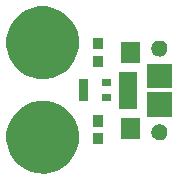
<source format=gts>
%TF.GenerationSoftware,KiCad,Pcbnew,4.0.5-e0-6337~49~ubuntu16.04.1*%
%TF.CreationDate,2017-01-26T11:53:04-08:00*%
%TF.ProjectId,2x2-USB-Power-Connector,3278322D5553422D506F7765722D436F,1.0*%
%TF.FileFunction,Soldermask,Top*%
%FSLAX46Y46*%
G04 Gerber Fmt 4.6, Leading zero omitted, Abs format (unit mm)*
G04 Created by KiCad (PCBNEW 4.0.5-e0-6337~49~ubuntu16.04.1) date Thu Jan 26 11:53:04 2017*
%MOMM*%
%LPD*%
G01*
G04 APERTURE LIST*
%ADD10C,0.350000*%
G04 APERTURE END LIST*
D10*
G36*
X131818910Y-97926407D02*
X132409855Y-98047711D01*
X132965998Y-98281492D01*
X133466134Y-98618838D01*
X133891221Y-99046903D01*
X134225066Y-99549381D01*
X134454956Y-100107136D01*
X134572064Y-100698574D01*
X134572064Y-100698584D01*
X134572131Y-100698923D01*
X134562510Y-101387976D01*
X134562433Y-101388314D01*
X134562433Y-101388322D01*
X134428857Y-101976261D01*
X134183485Y-102527376D01*
X133835737Y-103020338D01*
X133398862Y-103436369D01*
X132889500Y-103759621D01*
X132327054Y-103977779D01*
X131732947Y-104082536D01*
X131129803Y-104069902D01*
X130540600Y-103940357D01*
X129987782Y-103698837D01*
X129492407Y-103354542D01*
X129073337Y-102920583D01*
X128746538Y-102413490D01*
X128524456Y-101852574D01*
X128415555Y-101259218D01*
X128423977Y-100656001D01*
X128549406Y-100065907D01*
X128787059Y-99511418D01*
X129127891Y-99013648D01*
X129558912Y-98591560D01*
X130063713Y-98261228D01*
X130623059Y-98035237D01*
X131215645Y-97922196D01*
X131818910Y-97926407D01*
X131818910Y-97926407D01*
G37*
G36*
X136620600Y-101605160D02*
X135718200Y-101605160D01*
X135718200Y-100652760D01*
X136620600Y-100652760D01*
X136620600Y-101605160D01*
X136620600Y-101605160D01*
G37*
G36*
X141453948Y-99912808D02*
X141583842Y-99939472D01*
X141706097Y-99990863D01*
X141816035Y-100065017D01*
X141909472Y-100159109D01*
X141982861Y-100269568D01*
X142033395Y-100392172D01*
X142059082Y-100521901D01*
X142059082Y-100521916D01*
X142059149Y-100522255D01*
X142057034Y-100673720D01*
X142056958Y-100674054D01*
X142056958Y-100674067D01*
X142027656Y-100803038D01*
X141973721Y-100924179D01*
X141897279Y-101032542D01*
X141801246Y-101123993D01*
X141689280Y-101195049D01*
X141565642Y-101243005D01*
X141435051Y-101266032D01*
X141302467Y-101263254D01*
X141172951Y-101234779D01*
X141051430Y-101181687D01*
X140942541Y-101106007D01*
X140850422Y-101010616D01*
X140778585Y-100899146D01*
X140729766Y-100775844D01*
X140705829Y-100645419D01*
X140707680Y-100512821D01*
X140735252Y-100383106D01*
X140787491Y-100261221D01*
X140862413Y-100151802D01*
X140957161Y-100059018D01*
X141068119Y-99986408D01*
X141191077Y-99936730D01*
X141321335Y-99911883D01*
X141453948Y-99912808D01*
X141453948Y-99912808D01*
G37*
G36*
X139709120Y-101114760D02*
X138156720Y-101114760D01*
X138156720Y-99362360D01*
X139709120Y-99362360D01*
X139709120Y-101114760D01*
X139709120Y-101114760D01*
G37*
G36*
X136620600Y-100105160D02*
X135718200Y-100105160D01*
X135718200Y-99152760D01*
X136620600Y-99152760D01*
X136620600Y-100105160D01*
X136620600Y-100105160D01*
G37*
G36*
X142409120Y-99264760D02*
X140356720Y-99264760D01*
X140356720Y-97212360D01*
X142409120Y-97212360D01*
X142409120Y-99264760D01*
X142409120Y-99264760D01*
G37*
G36*
X139459120Y-98614760D02*
X137956720Y-98614760D01*
X137956720Y-95462360D01*
X139459120Y-95462360D01*
X139459120Y-98614760D01*
X139459120Y-98614760D01*
G37*
G36*
X137251720Y-97954280D02*
X136499320Y-97954280D01*
X136499320Y-97381880D01*
X137251720Y-97381880D01*
X137251720Y-97954280D01*
X137251720Y-97954280D01*
G37*
G36*
X135351720Y-97954280D02*
X134599320Y-97954280D01*
X134599320Y-96081880D01*
X135351720Y-96081880D01*
X135351720Y-97954280D01*
X135351720Y-97954280D01*
G37*
G36*
X142409120Y-96864760D02*
X140356720Y-96864760D01*
X140356720Y-94812360D01*
X142409120Y-94812360D01*
X142409120Y-96864760D01*
X142409120Y-96864760D01*
G37*
G36*
X137251720Y-96654280D02*
X136499320Y-96654280D01*
X136499320Y-96081880D01*
X137251720Y-96081880D01*
X137251720Y-96654280D01*
X137251720Y-96654280D01*
G37*
G36*
X131818910Y-89926407D02*
X132409855Y-90047711D01*
X132965998Y-90281492D01*
X133466134Y-90618838D01*
X133891221Y-91046903D01*
X134225066Y-91549381D01*
X134454956Y-92107136D01*
X134572064Y-92698574D01*
X134572064Y-92698584D01*
X134572131Y-92698923D01*
X134562510Y-93387976D01*
X134562433Y-93388314D01*
X134562433Y-93388322D01*
X134428857Y-93976261D01*
X134183485Y-94527376D01*
X133835737Y-95020338D01*
X133398862Y-95436369D01*
X132889500Y-95759621D01*
X132327054Y-95977779D01*
X131732947Y-96082536D01*
X131129803Y-96069902D01*
X130540600Y-95940357D01*
X129987782Y-95698837D01*
X129492407Y-95354542D01*
X129073337Y-94920583D01*
X128746538Y-94413490D01*
X128524456Y-93852574D01*
X128415555Y-93259218D01*
X128423977Y-92656001D01*
X128549406Y-92065907D01*
X128787059Y-91511418D01*
X129127891Y-91013648D01*
X129558912Y-90591560D01*
X130063713Y-90261228D01*
X130623059Y-90035237D01*
X131215645Y-89922196D01*
X131818910Y-89926407D01*
X131818910Y-89926407D01*
G37*
G36*
X136620600Y-95046880D02*
X135718200Y-95046880D01*
X135718200Y-94094480D01*
X136620600Y-94094480D01*
X136620600Y-95046880D01*
X136620600Y-95046880D01*
G37*
G36*
X139709120Y-94714760D02*
X138156720Y-94714760D01*
X138156720Y-92962360D01*
X139709120Y-92962360D01*
X139709120Y-94714760D01*
X139709120Y-94714760D01*
G37*
G36*
X141453948Y-92812808D02*
X141583842Y-92839472D01*
X141706097Y-92890863D01*
X141816035Y-92965017D01*
X141909472Y-93059109D01*
X141982861Y-93169568D01*
X142033395Y-93292172D01*
X142059082Y-93421901D01*
X142059082Y-93421916D01*
X142059149Y-93422255D01*
X142057034Y-93573720D01*
X142056958Y-93574054D01*
X142056958Y-93574067D01*
X142027656Y-93703038D01*
X141973721Y-93824179D01*
X141897279Y-93932542D01*
X141801246Y-94023993D01*
X141689280Y-94095049D01*
X141565642Y-94143005D01*
X141435051Y-94166032D01*
X141302467Y-94163254D01*
X141172951Y-94134779D01*
X141051430Y-94081687D01*
X140942541Y-94006007D01*
X140850422Y-93910616D01*
X140778585Y-93799146D01*
X140729766Y-93675844D01*
X140705829Y-93545419D01*
X140707680Y-93412821D01*
X140735252Y-93283106D01*
X140787491Y-93161221D01*
X140862413Y-93051802D01*
X140957161Y-92959018D01*
X141068119Y-92886408D01*
X141191077Y-92836730D01*
X141321335Y-92811883D01*
X141453948Y-92812808D01*
X141453948Y-92812808D01*
G37*
G36*
X136620600Y-93546880D02*
X135718200Y-93546880D01*
X135718200Y-92594480D01*
X136620600Y-92594480D01*
X136620600Y-93546880D01*
X136620600Y-93546880D01*
G37*
M02*

</source>
